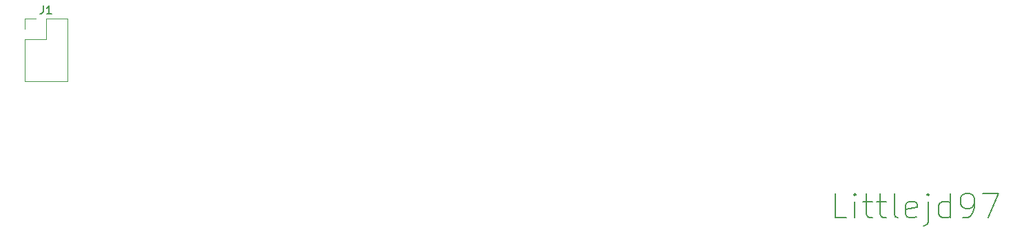
<source format=gto>
%TF.GenerationSoftware,KiCad,Pcbnew,(5.1.10-1-10_14)*%
%TF.CreationDate,2021-07-24T22:10:12-05:00*%
%TF.ProjectId,Untitled,556e7469-746c-4656-942e-6b696361645f,rev?*%
%TF.SameCoordinates,Original*%
%TF.FileFunction,Legend,Top*%
%TF.FilePolarity,Positive*%
%FSLAX46Y46*%
G04 Gerber Fmt 4.6, Leading zero omitted, Abs format (unit mm)*
G04 Created by KiCad (PCBNEW (5.1.10-1-10_14)) date 2021-07-24 22:10:12*
%MOMM*%
%LPD*%
G01*
G04 APERTURE LIST*
%ADD10C,0.150000*%
%ADD11C,0.120000*%
%ADD12O,1.700000X1.700000*%
%ADD13R,1.700000X1.700000*%
%ADD14O,1.700000X2.700000*%
%ADD15C,1.750000*%
%ADD16C,3.987800*%
G04 APERTURE END LIST*
D10*
X144154000Y-119721142D02*
X142725428Y-119721142D01*
X142725428Y-116721142D01*
X145154000Y-119721142D02*
X145154000Y-117721142D01*
X145154000Y-116721142D02*
X145011142Y-116864000D01*
X145154000Y-117006857D01*
X145296857Y-116864000D01*
X145154000Y-116721142D01*
X145154000Y-117006857D01*
X146154000Y-117721142D02*
X147296857Y-117721142D01*
X146582571Y-116721142D02*
X146582571Y-119292571D01*
X146725428Y-119578285D01*
X147011142Y-119721142D01*
X147296857Y-119721142D01*
X147868285Y-117721142D02*
X149011142Y-117721142D01*
X148296857Y-116721142D02*
X148296857Y-119292571D01*
X148439714Y-119578285D01*
X148725428Y-119721142D01*
X149011142Y-119721142D01*
X150439714Y-119721142D02*
X150154000Y-119578285D01*
X150011142Y-119292571D01*
X150011142Y-116721142D01*
X152725428Y-119578285D02*
X152439714Y-119721142D01*
X151868285Y-119721142D01*
X151582571Y-119578285D01*
X151439714Y-119292571D01*
X151439714Y-118149714D01*
X151582571Y-117864000D01*
X151868285Y-117721142D01*
X152439714Y-117721142D01*
X152725428Y-117864000D01*
X152868285Y-118149714D01*
X152868285Y-118435428D01*
X151439714Y-118721142D01*
X154154000Y-117721142D02*
X154154000Y-120292571D01*
X154011142Y-120578285D01*
X153725428Y-120721142D01*
X153582571Y-120721142D01*
X154154000Y-116721142D02*
X154011142Y-116864000D01*
X154154000Y-117006857D01*
X154296857Y-116864000D01*
X154154000Y-116721142D01*
X154154000Y-117006857D01*
X156868285Y-119721142D02*
X156868285Y-116721142D01*
X156868285Y-119578285D02*
X156582571Y-119721142D01*
X156011142Y-119721142D01*
X155725428Y-119578285D01*
X155582571Y-119435428D01*
X155439714Y-119149714D01*
X155439714Y-118292571D01*
X155582571Y-118006857D01*
X155725428Y-117864000D01*
X156011142Y-117721142D01*
X156582571Y-117721142D01*
X156868285Y-117864000D01*
X158439714Y-119721142D02*
X159011142Y-119721142D01*
X159296857Y-119578285D01*
X159439714Y-119435428D01*
X159725428Y-119006857D01*
X159868285Y-118435428D01*
X159868285Y-117292571D01*
X159725428Y-117006857D01*
X159582571Y-116864000D01*
X159296857Y-116721142D01*
X158725428Y-116721142D01*
X158439714Y-116864000D01*
X158296857Y-117006857D01*
X158154000Y-117292571D01*
X158154000Y-118006857D01*
X158296857Y-118292571D01*
X158439714Y-118435428D01*
X158725428Y-118578285D01*
X159296857Y-118578285D01*
X159582571Y-118435428D01*
X159725428Y-118292571D01*
X159868285Y-118006857D01*
X160868285Y-116721142D02*
X162868285Y-116721142D01*
X161582571Y-119721142D01*
D11*
%TO.C,J1*%
X43120000Y-102930000D02*
X48320000Y-102930000D01*
X43120000Y-97790000D02*
X43120000Y-102930000D01*
X48320000Y-95190000D02*
X48320000Y-102930000D01*
X43120000Y-97790000D02*
X45720000Y-97790000D01*
X45720000Y-97790000D02*
X45720000Y-95190000D01*
X45720000Y-95190000D02*
X48320000Y-95190000D01*
X43120000Y-96520000D02*
X43120000Y-95190000D01*
X43120000Y-95190000D02*
X44450000Y-95190000D01*
D10*
X45386666Y-93642380D02*
X45386666Y-94356666D01*
X45339047Y-94499523D01*
X45243809Y-94594761D01*
X45100952Y-94642380D01*
X45005714Y-94642380D01*
X46386666Y-94642380D02*
X45815238Y-94642380D01*
X46100952Y-94642380D02*
X46100952Y-93642380D01*
X46005714Y-93785238D01*
X45910476Y-93880476D01*
X45815238Y-93928095D01*
%TD*%
%LPC*%
D12*
%TO.C,J1*%
X46990000Y-101600000D03*
X44450000Y-101600000D03*
X46990000Y-99060000D03*
X44450000Y-99060000D03*
X46990000Y-96520000D03*
D13*
X44450000Y-96520000D03*
%TD*%
D14*
%TO.C,USB1*%
X53656250Y-115134000D03*
X46356250Y-115134000D03*
X46356250Y-119634000D03*
X53656250Y-119634000D03*
%TD*%
D15*
%TO.C,MX9*%
X155733750Y-68262500D03*
X145573750Y-68262500D03*
D16*
X150653750Y-68262500D03*
%TD*%
D15*
%TO.C,MX5*%
X98742500Y-106362500D03*
X88582500Y-106362500D03*
D16*
X93662500Y-106362500D03*
%TD*%
D15*
%TO.C,MX1*%
X98742500Y-68262500D03*
X88582500Y-68262500D03*
D16*
X93662500Y-68262500D03*
%TD*%
D15*
%TO.C,MX6*%
X127317500Y-106362500D03*
X117157500Y-106362500D03*
D16*
X122237500Y-106362500D03*
%TD*%
D15*
%TO.C,MX8*%
X155892500Y-106362500D03*
X145732500Y-106362500D03*
D16*
X150812500Y-106362500D03*
%TD*%
D15*
%TO.C,MX7*%
X155892500Y-87312500D03*
X145732500Y-87312500D03*
D16*
X150812500Y-87312500D03*
%TD*%
D15*
%TO.C,MX2*%
X127317500Y-68262500D03*
X117157500Y-68262500D03*
D16*
X122237500Y-68262500D03*
%TD*%
D15*
%TO.C,MX4*%
X127317500Y-87312500D03*
X117157500Y-87312500D03*
D16*
X122237500Y-87312500D03*
%TD*%
D15*
%TO.C,MX3*%
X98742500Y-87312500D03*
X88582500Y-87312500D03*
D16*
X93662500Y-87312500D03*
%TD*%
M02*

</source>
